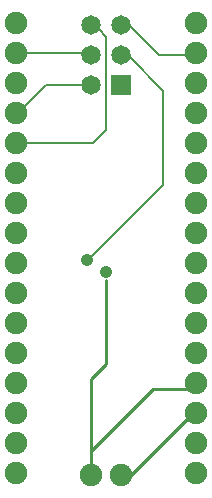
<source format=gbl>
%FSLAX33Y33*%
%MOMM*%
%AMRect-W1650000-H1650000-RO1.000*
21,1,1.65,1.65,0.,0.,180*%
%ADD10C,0.254*%
%ADD11C,0.1524*%
%ADD12C,1.905*%
%ADD13C,1.0668*%
%ADD14C,1.65*%
%ADD15Rect-W1650000-H1650000-RO1.000*%
D10*
%LNbottom copper_traces*%
G01*
X0Y-9779D02*
X0Y-2667D01*
X6858Y-14478D02*
X2032Y-19304D01*
D11*
X-0635Y18542D02*
X0Y17907D01*
X4445Y16383D02*
X6858Y16383D01*
X4826Y13335D02*
X4826Y5334D01*
X0Y10033D02*
X0Y17907D01*
X-6858Y8890D02*
X-1143Y8890D01*
X0Y10033*
X-5080Y13843D02*
X-6985Y11938D01*
D10*
X-1270Y-17145D02*
X3937Y-11938D01*
D11*
X-1270Y-0762D02*
X4826Y5334D01*
X-2032Y13843D02*
X-5080Y13843D01*
D10*
X-1270Y-11049D02*
X0Y-9779D01*
D11*
X1905Y16256D02*
X4826Y13335D01*
X-6731Y16510D02*
X-1905Y16510D01*
X1905Y18923D02*
X4445Y16383D01*
D10*
X6858Y-11938D02*
X3937Y-11938D01*
X-1270Y-18288D02*
X-1270Y-11049D01*
D12*
X7620Y1270D03*
D13*
X-1651Y-1016D03*
D12*
X-7620Y-19050D03*
X7620Y6350D03*
X-1270Y-19177D03*
X-7620Y1270D03*
X7620Y11430D03*
X-7620Y-8890D03*
X7620Y3810D03*
X-7620Y13970D03*
X-7620Y16510D03*
X-7620Y3810D03*
X-7620Y19050D03*
X1270Y-19177D03*
X-7620Y-11430D03*
X7620Y19050D03*
X7620Y-8890D03*
X7620Y-6350D03*
X7620Y13970D03*
X-7620Y-13970D03*
X7620Y-19050D03*
X-7620Y-3810D03*
X-7620Y-1270D03*
X7620Y-1270D03*
X-7620Y8890D03*
X7620Y8890D03*
X7620Y-16510D03*
X-7620Y11430D03*
X7620Y-13970D03*
X-7620Y-16510D03*
X7620Y-11430D03*
X7620Y16510D03*
D13*
X0Y-2032D03*
D12*
X-7620Y-6350D03*
X-7620Y6350D03*
X7620Y-3810D03*
%LNbottom copper component 477f20fb70fea3aa*%
D14*
X1270Y18923D03*
X-1270Y13843D03*
X-1270Y18923D03*
X-1270Y16383D03*
X1270Y16383D03*
D15*
X1270Y13843D03*
M02*
</source>
